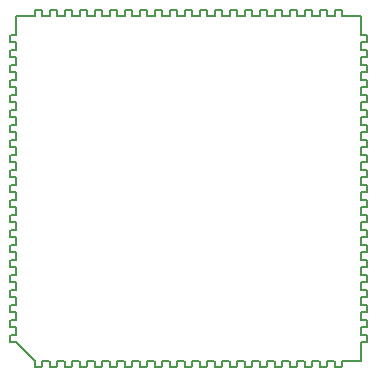
<source format=gko>
G04 Layer_Color=65535*
%FSLAX44Y44*%
%MOMM*%
G71*
G01*
G75*
%ADD33C,0.2000*%
D33*
X16200Y-6500D02*
X21900D01*
X28900D02*
X34600D01*
X41600D02*
X47300D01*
X54300D02*
X60000D01*
X67000D02*
X72700D01*
X79700D02*
X85400D01*
X92400D02*
X98100D01*
X105100D02*
X110800D01*
X117800D02*
X123500D01*
X130500D02*
X136200D01*
X143200D02*
X148900D01*
X155900D02*
X161600D01*
X168600D02*
X174300D01*
X181300D02*
X187000D01*
X194000D02*
X199700D01*
X206700D02*
X212400D01*
X219400D02*
X225100D01*
X231846D02*
X237546D01*
X244546D02*
X250246D01*
X257246D02*
X262946D01*
X285900Y257246D02*
Y262946D01*
X285900Y250246D02*
X285900Y244546D01*
Y231846D02*
Y237546D01*
Y219400D02*
Y225100D01*
X285900Y212400D02*
X285900Y206700D01*
Y194000D02*
Y199700D01*
Y181300D02*
Y187000D01*
X285900Y168600D02*
X285900Y174300D01*
Y155900D02*
Y161600D01*
X285900Y148900D02*
X285900Y143200D01*
Y130500D02*
Y136200D01*
Y117800D02*
Y123500D01*
X285900Y105100D02*
X285900Y110800D01*
Y92400D02*
Y98100D01*
X285900Y85400D02*
X285900Y79700D01*
Y67000D02*
Y72700D01*
Y54300D02*
Y60000D01*
X285900Y41600D02*
Y47300D01*
X285900Y28900D02*
Y34600D01*
X285900Y21900D02*
X285900Y16200D01*
X16454Y285900D02*
X22154D01*
X29154Y285900D02*
X34854Y285900D01*
X41854D02*
X47554D01*
X54300D02*
X60000D01*
X67000Y285900D02*
X72700Y285900D01*
X79700D02*
X85400D01*
X92400D02*
X98100D01*
X105100D02*
X110800Y285900D01*
X117800Y285900D02*
X123500D01*
X130500Y285900D02*
X136200Y285900D01*
X143200D02*
X148900D01*
X155900D02*
X161600D01*
X168600D02*
X174300Y285900D01*
X181300Y285900D02*
X187000D01*
X194000Y285900D02*
X199700Y285900D01*
X206700D02*
X212400D01*
X219400D02*
X225100D01*
X232100Y285900D02*
X237800D01*
X244800Y285900D02*
X250500D01*
X257500Y285900D02*
X263200Y285900D01*
X-6500Y16454D02*
Y22154D01*
Y34854D02*
X-6500Y29154D01*
X-6500Y41854D02*
Y47554D01*
Y54300D02*
Y60000D01*
Y72700D02*
X-6500Y67000D01*
X-6500Y79700D02*
Y85400D01*
Y92400D02*
Y98100D01*
Y105100D02*
X-6500Y110800D01*
X-6500Y117800D02*
Y123500D01*
Y136200D02*
X-6500Y130500D01*
X-6500Y143200D02*
Y148900D01*
Y155900D02*
Y161600D01*
Y168600D02*
X-6500Y174300D01*
X-6500Y181300D02*
Y187000D01*
Y199700D02*
X-6500Y194000D01*
X-6500Y206700D02*
Y212400D01*
Y219400D02*
Y225100D01*
X-6500Y232100D02*
Y237800D01*
X-6500Y244800D02*
Y250500D01*
Y263200D02*
X-6500Y257500D01*
X-6500Y269946D02*
Y285900D01*
X9454D01*
X285900Y269946D02*
Y285900D01*
X269946D02*
X285900D01*
X269946Y-6500D02*
X285900D01*
Y9454D01*
X-6500D02*
X9454Y-6500D01*
X-11176Y137160D02*
Y142240D01*
X-10470Y142946D02*
X-6500D01*
X-10470Y136454D02*
X-6500D01*
X-11176Y142240D02*
X-10470Y142946D01*
X-11176Y137160D02*
X-10470Y136454D01*
X-11176Y124460D02*
Y129540D01*
X-10470Y130246D02*
X-6500D01*
X-10470Y123754D02*
X-6500D01*
X-11176Y129540D02*
X-10470Y130246D01*
X-11176Y124460D02*
X-10470Y123754D01*
X-11176Y111760D02*
Y116840D01*
X-10470Y117546D02*
X-6500D01*
X-10470Y111054D02*
X-6500D01*
X-11176Y116840D02*
X-10470Y117546D01*
X-11176Y111760D02*
X-10470Y111054D01*
X-11176Y99060D02*
Y104140D01*
X-10470Y104846D02*
X-6500D01*
X-10470Y98354D02*
X-6500D01*
X-11176Y104140D02*
X-10470Y104846D01*
X-11176Y99060D02*
X-10470Y98354D01*
X-11176Y86360D02*
Y91440D01*
X-10470Y92146D02*
X-6500D01*
X-10470Y85654D02*
X-6500D01*
X-11176Y91440D02*
X-10470Y92146D01*
X-11176Y86360D02*
X-10470Y85654D01*
X-11176Y73660D02*
Y78740D01*
X-10470Y79446D02*
X-6500D01*
X-10470Y72954D02*
X-6500D01*
X-11176Y78740D02*
X-10470Y79446D01*
X-11176Y73660D02*
X-10470Y72954D01*
X-11176Y60960D02*
Y66040D01*
X-10470Y66746D02*
X-6500D01*
X-10470Y60254D02*
X-6500D01*
X-11176Y66040D02*
X-10470Y66746D01*
X-11176Y60960D02*
X-10470Y60254D01*
X-11176Y48260D02*
Y53340D01*
X-10470Y54046D02*
X-6500D01*
X-10470Y47554D02*
X-6500D01*
X-11176Y53340D02*
X-10470Y54046D01*
X-11176Y48260D02*
X-10470Y47554D01*
X-11176Y35560D02*
Y40640D01*
X-10470Y41346D02*
X-6500D01*
X-10470Y34854D02*
X-6500D01*
X-11176Y40640D02*
X-10470Y41346D01*
X-11176Y35560D02*
X-10470Y34854D01*
X-11176Y22860D02*
Y27940D01*
X-10470Y28646D02*
X-6500D01*
X-10470Y22154D02*
X-6500D01*
X-11176Y27940D02*
X-10470Y28646D01*
X-11176Y22860D02*
X-10470Y22154D01*
X-11176Y10160D02*
Y15240D01*
X-10470Y15946D02*
X-6500D01*
X-10470Y9454D02*
X-6500D01*
X-11176Y15240D02*
X-10470Y15946D01*
X-11176Y10160D02*
X-10470Y9454D01*
X10160Y-11176D02*
X15240D01*
X9454Y-10470D02*
Y-6500D01*
X15946Y-10470D02*
Y-6500D01*
X9454Y-10470D02*
X10160Y-11176D01*
X15240D02*
X15946Y-10470D01*
X22860Y-11176D02*
X27940D01*
X22154Y-10470D02*
Y-6500D01*
X28646Y-10470D02*
Y-6500D01*
X22154Y-10470D02*
X22860Y-11176D01*
X27940D02*
X28646Y-10470D01*
X35560Y-11176D02*
X40640D01*
X34854Y-10470D02*
Y-6500D01*
X41346Y-10470D02*
Y-6500D01*
X34854Y-10470D02*
X35560Y-11176D01*
X40640D02*
X41346Y-10470D01*
X48260Y-11176D02*
X53340D01*
X47554Y-10470D02*
Y-6500D01*
X54046Y-10470D02*
Y-6500D01*
X47554Y-10470D02*
X48260Y-11176D01*
X53340D02*
X54046Y-10470D01*
X60960Y-11176D02*
X66040D01*
X60254Y-10470D02*
Y-6500D01*
X66746Y-10470D02*
Y-6500D01*
X60254Y-10470D02*
X60960Y-11176D01*
X66040D02*
X66746Y-10470D01*
X73660Y-11176D02*
X78740D01*
X72954Y-10470D02*
Y-6500D01*
X79446Y-10470D02*
Y-6500D01*
X72954Y-10470D02*
X73660Y-11176D01*
X78740D02*
X79446Y-10470D01*
X86360Y-11176D02*
X91440D01*
X85654Y-10470D02*
Y-6500D01*
X92146Y-10470D02*
Y-6500D01*
X85654Y-10470D02*
X86360Y-11176D01*
X91440D02*
X92146Y-10470D01*
X99060Y-11176D02*
X104140D01*
X98354Y-10470D02*
Y-6500D01*
X104846Y-10470D02*
Y-6500D01*
X98354Y-10470D02*
X99060Y-11176D01*
X104140D02*
X104846Y-10470D01*
X111760Y-11176D02*
X116840D01*
X111054Y-10470D02*
Y-6500D01*
X117546Y-10470D02*
Y-6500D01*
X111054Y-10470D02*
X111760Y-11176D01*
X116840D02*
X117546Y-10470D01*
X124460Y-11176D02*
X129540D01*
X123754Y-10470D02*
Y-6500D01*
X130246Y-10470D02*
Y-6500D01*
X123754Y-10470D02*
X124460Y-11176D01*
X129540D02*
X130246Y-10470D01*
X137160Y-11176D02*
X142240D01*
X136454Y-10470D02*
Y-6500D01*
X142946Y-10470D02*
Y-6500D01*
X136454Y-10470D02*
X137160Y-11176D01*
X142240D02*
X142946Y-10470D01*
X149860Y-11176D02*
X154940D01*
X149154Y-10470D02*
Y-6500D01*
X155646Y-10470D02*
Y-6500D01*
X149154Y-10470D02*
X149860Y-11176D01*
X154940D02*
X155646Y-10470D01*
X162560Y-11176D02*
X167640D01*
X161854Y-10470D02*
Y-6500D01*
X168346Y-10470D02*
Y-6500D01*
X161854Y-10470D02*
X162560Y-11176D01*
X167640D02*
X168346Y-10470D01*
X175260Y-11176D02*
X180340D01*
X174554Y-10470D02*
Y-6500D01*
X181046Y-10470D02*
Y-6500D01*
X174554Y-10470D02*
X175260Y-11176D01*
X180340D02*
X181046Y-10470D01*
X187960Y-11176D02*
X193040D01*
X187254Y-10470D02*
Y-6500D01*
X193746Y-10470D02*
Y-6500D01*
X187254Y-10470D02*
X187960Y-11176D01*
X193040D02*
X193746Y-10470D01*
X200660Y-11176D02*
X205740D01*
X199954Y-10470D02*
Y-6500D01*
X206446Y-10470D02*
Y-6500D01*
X199954Y-10470D02*
X200660Y-11176D01*
X205740D02*
X206446Y-10470D01*
X213360Y-11176D02*
X218440D01*
X212654Y-10470D02*
Y-6500D01*
X219146Y-10470D02*
Y-6500D01*
X212654Y-10470D02*
X213360Y-11176D01*
X218440D02*
X219146Y-10470D01*
X226060Y-11176D02*
X231140D01*
X225354Y-10470D02*
Y-6500D01*
X231846Y-10470D02*
Y-6500D01*
X225354Y-10470D02*
X226060Y-11176D01*
X231140D02*
X231846Y-10470D01*
X238760Y-11176D02*
X243840D01*
X238054Y-10470D02*
Y-6500D01*
X244546Y-10470D02*
Y-6500D01*
X238054Y-10470D02*
X238760Y-11176D01*
X243840D02*
X244546Y-10470D01*
X251460Y-11176D02*
X256540D01*
X250754Y-10470D02*
Y-6500D01*
X257246Y-10470D02*
Y-6500D01*
X250754Y-10470D02*
X251460Y-11176D01*
X256540D02*
X257246Y-10470D01*
X264160Y-11176D02*
X269240D01*
X263454Y-10470D02*
Y-6500D01*
X269946Y-10470D02*
Y-6500D01*
X263454Y-10470D02*
X264160Y-11176D01*
X269240D02*
X269946Y-10470D01*
X290576Y10160D02*
Y15240D01*
X285900Y9454D02*
X289870D01*
X285900Y15946D02*
X289870D01*
Y9454D02*
X290576Y10160D01*
X289870Y15946D02*
X290576Y15240D01*
Y22860D02*
Y27940D01*
X285900Y22154D02*
X289870D01*
X285900Y28646D02*
X289870D01*
Y22154D02*
X290576Y22860D01*
X289870Y28646D02*
X290576Y27940D01*
Y35560D02*
Y40640D01*
X285900Y34854D02*
X289870D01*
X285900Y41346D02*
X289870D01*
Y34854D02*
X290576Y35560D01*
X289870Y41346D02*
X290576Y40640D01*
Y48260D02*
Y53340D01*
X285900Y47554D02*
X289870D01*
X285900Y54046D02*
X289870D01*
Y47554D02*
X290576Y48260D01*
X289870Y54046D02*
X290576Y53340D01*
Y60960D02*
Y66040D01*
X285900Y60254D02*
X289870D01*
X285900Y66746D02*
X289870D01*
Y60254D02*
X290576Y60960D01*
X289870Y66746D02*
X290576Y66040D01*
Y73660D02*
Y78740D01*
X285900Y72954D02*
X289870D01*
X285900Y79446D02*
X289870D01*
Y72954D02*
X290576Y73660D01*
X289870Y79446D02*
X290576Y78740D01*
Y86360D02*
Y91440D01*
X285900Y85654D02*
X289870D01*
X285900Y92146D02*
X289870D01*
Y85654D02*
X290576Y86360D01*
X289870Y92146D02*
X290576Y91440D01*
Y99060D02*
Y104140D01*
X285900Y98354D02*
X289870D01*
X285900Y104846D02*
X289870D01*
Y98354D02*
X290576Y99060D01*
X289870Y104846D02*
X290576Y104140D01*
Y111760D02*
Y116840D01*
X285900Y111054D02*
X289870D01*
X285900Y117546D02*
X289870D01*
Y111054D02*
X290576Y111760D01*
X289870Y117546D02*
X290576Y116840D01*
Y124460D02*
Y129540D01*
X285900Y123754D02*
X289870D01*
X285900Y130246D02*
X289870D01*
Y123754D02*
X290576Y124460D01*
X289870Y130246D02*
X290576Y129540D01*
Y137160D02*
Y142240D01*
X285900Y136454D02*
X289870D01*
X285900Y142946D02*
X289870D01*
Y136454D02*
X290576Y137160D01*
X289870Y142946D02*
X290576Y142240D01*
Y149860D02*
Y154940D01*
X285900Y149154D02*
X289870D01*
X285900Y155646D02*
X289870D01*
Y149154D02*
X290576Y149860D01*
X289870Y155646D02*
X290576Y154940D01*
Y162560D02*
Y167640D01*
X285900Y161854D02*
X289870D01*
X285900Y168346D02*
X289870D01*
Y161854D02*
X290576Y162560D01*
X289870Y168346D02*
X290576Y167640D01*
Y175260D02*
Y180340D01*
X285900Y174554D02*
X289870D01*
X285900Y181046D02*
X289870D01*
Y174554D02*
X290576Y175260D01*
X289870Y181046D02*
X290576Y180340D01*
Y187960D02*
Y193040D01*
X285900Y187254D02*
X289870D01*
X285900Y193746D02*
X289870D01*
Y187254D02*
X290576Y187960D01*
X289870Y193746D02*
X290576Y193040D01*
Y200660D02*
Y205740D01*
X285900Y199954D02*
X289870D01*
X285900Y206446D02*
X289870D01*
Y199954D02*
X290576Y200660D01*
X289870Y206446D02*
X290576Y205740D01*
Y213360D02*
Y218440D01*
X285900Y212654D02*
X289870D01*
X285900Y219146D02*
X289870D01*
Y212654D02*
X290576Y213360D01*
X289870Y219146D02*
X290576Y218440D01*
Y226060D02*
Y231140D01*
X285900Y225354D02*
X289870D01*
X285900Y231846D02*
X289870D01*
Y225354D02*
X290576Y226060D01*
X289870Y231846D02*
X290576Y231140D01*
Y238760D02*
Y243840D01*
X285900Y238054D02*
X289870D01*
X285900Y244546D02*
X289870D01*
Y238054D02*
X290576Y238760D01*
X289870Y244546D02*
X290576Y243840D01*
Y251460D02*
Y256540D01*
X285900Y250754D02*
X289870D01*
X285900Y257246D02*
X289870D01*
Y250754D02*
X290576Y251460D01*
X289870Y257246D02*
X290576Y256540D01*
Y264160D02*
Y269240D01*
X285900Y263454D02*
X289870D01*
X285900Y269946D02*
X289870D01*
Y263454D02*
X290576Y264160D01*
X289870Y269946D02*
X290576Y269240D01*
X264160Y290576D02*
X269240D01*
X269946Y285900D02*
Y289870D01*
X263454Y285900D02*
Y289870D01*
X269240Y290576D02*
X269946Y289870D01*
X263454D02*
X264160Y290576D01*
X251460D02*
X256540D01*
X257246Y285900D02*
Y289870D01*
X250754Y285900D02*
Y289870D01*
X256540Y290576D02*
X257246Y289870D01*
X250754D02*
X251460Y290576D01*
X238760D02*
X243840D01*
X244546Y285900D02*
Y289870D01*
X238054Y285900D02*
Y289870D01*
X243840Y290576D02*
X244546Y289870D01*
X238054D02*
X238760Y290576D01*
X226060D02*
X231140D01*
X231846Y285900D02*
Y289870D01*
X225354Y285900D02*
Y289870D01*
X231140Y290576D02*
X231846Y289870D01*
X225354D02*
X226060Y290576D01*
X213360D02*
X218440D01*
X219146Y285900D02*
Y289870D01*
X212654Y285900D02*
Y289870D01*
X218440Y290576D02*
X219146Y289870D01*
X212654D02*
X213360Y290576D01*
X200660D02*
X205740D01*
X206446Y285900D02*
Y289870D01*
X199954Y285900D02*
Y289870D01*
X205740Y290576D02*
X206446Y289870D01*
X199954D02*
X200660Y290576D01*
X187960D02*
X193040D01*
X193746Y285900D02*
Y289870D01*
X187254Y285900D02*
Y289870D01*
X193040Y290576D02*
X193746Y289870D01*
X187254D02*
X187960Y290576D01*
X175260D02*
X180340D01*
X181046Y285900D02*
Y289870D01*
X174554Y285900D02*
Y289870D01*
X180340Y290576D02*
X181046Y289870D01*
X174554D02*
X175260Y290576D01*
X162560D02*
X167640D01*
X168346Y285900D02*
Y289870D01*
X161854Y285900D02*
Y289870D01*
X167640Y290576D02*
X168346Y289870D01*
X161854D02*
X162560Y290576D01*
X149860D02*
X154940D01*
X155646Y285900D02*
Y289870D01*
X149154Y285900D02*
Y289870D01*
X154940Y290576D02*
X155646Y289870D01*
X149154D02*
X149860Y290576D01*
X137160D02*
X142240D01*
X142946Y285900D02*
Y289870D01*
X136454Y285900D02*
Y289870D01*
X142240Y290576D02*
X142946Y289870D01*
X136454D02*
X137160Y290576D01*
X124460D02*
X129540D01*
X130246Y285900D02*
Y289870D01*
X123754Y285900D02*
Y289870D01*
X129540Y290576D02*
X130246Y289870D01*
X123754D02*
X124460Y290576D01*
X111760D02*
X116840D01*
X117546Y285900D02*
Y289870D01*
X111054Y285900D02*
Y289870D01*
X116840Y290576D02*
X117546Y289870D01*
X111054D02*
X111760Y290576D01*
X99060D02*
X104140D01*
X104846Y285900D02*
Y289870D01*
X98354Y285900D02*
Y289870D01*
X104140Y290576D02*
X104846Y289870D01*
X98354D02*
X99060Y290576D01*
X86360D02*
X91440D01*
X92146Y285900D02*
Y289870D01*
X85654Y285900D02*
Y289870D01*
X91440Y290576D02*
X92146Y289870D01*
X85654D02*
X86360Y290576D01*
X73660D02*
X78740D01*
X79446Y285900D02*
Y289870D01*
X72954Y285900D02*
Y289870D01*
X78740Y290576D02*
X79446Y289870D01*
X72954D02*
X73660Y290576D01*
X60960D02*
X66040D01*
X66746Y285900D02*
Y289870D01*
X60254Y285900D02*
Y289870D01*
X66040Y290576D02*
X66746Y289870D01*
X60254D02*
X60960Y290576D01*
X48260D02*
X53340D01*
X54046Y285900D02*
Y289870D01*
X47554Y285900D02*
Y289870D01*
X53340Y290576D02*
X54046Y289870D01*
X47554D02*
X48260Y290576D01*
X35560D02*
X40640D01*
X41346Y285900D02*
Y289870D01*
X34854Y285900D02*
Y289870D01*
X40640Y290576D02*
X41346Y289870D01*
X34854D02*
X35560Y290576D01*
X22860D02*
X27940D01*
X28646Y285900D02*
Y289870D01*
X22154Y285900D02*
Y289870D01*
X27940Y290576D02*
X28646Y289870D01*
X22154D02*
X22860Y290576D01*
X10160D02*
X15240D01*
X15946Y285900D02*
Y289870D01*
X9454Y285900D02*
Y289870D01*
X15240Y290576D02*
X15946Y289870D01*
X9454D02*
X10160Y290576D01*
X-11176Y264160D02*
Y269240D01*
X-10470Y269946D02*
X-6500D01*
X-10470Y263454D02*
X-6500D01*
X-11176Y269240D02*
X-10470Y269946D01*
X-11176Y264160D02*
X-10470Y263454D01*
X-11176Y251460D02*
Y256540D01*
X-10470Y257246D02*
X-6500D01*
X-10470Y250754D02*
X-6500D01*
X-11176Y256540D02*
X-10470Y257246D01*
X-11176Y251460D02*
X-10470Y250754D01*
X-11176Y238760D02*
Y243840D01*
X-10470Y244546D02*
X-6500D01*
X-10470Y238054D02*
X-6500D01*
X-11176Y243840D02*
X-10470Y244546D01*
X-11176Y238760D02*
X-10470Y238054D01*
X-11176Y226060D02*
Y231140D01*
X-10470Y231846D02*
X-6500D01*
X-10470Y225354D02*
X-6500D01*
X-11176Y231140D02*
X-10470Y231846D01*
X-11176Y226060D02*
X-10470Y225354D01*
X-11176Y213360D02*
Y218440D01*
X-10470Y219146D02*
X-6500D01*
X-10470Y212654D02*
X-6500D01*
X-11176Y218440D02*
X-10470Y219146D01*
X-11176Y213360D02*
X-10470Y212654D01*
X-11176Y200660D02*
Y205740D01*
X-10470Y206446D02*
X-6500D01*
X-10470Y199954D02*
X-6500D01*
X-11176Y205740D02*
X-10470Y206446D01*
X-11176Y200660D02*
X-10470Y199954D01*
X-11176Y187960D02*
Y193040D01*
X-10470Y193746D02*
X-6500D01*
X-10470Y187254D02*
X-6500D01*
X-11176Y193040D02*
X-10470Y193746D01*
X-11176Y187960D02*
X-10470Y187254D01*
X-11176Y175260D02*
Y180340D01*
X-10470Y181046D02*
X-6500D01*
X-10470Y174554D02*
X-6500D01*
X-11176Y180340D02*
X-10470Y181046D01*
X-11176Y175260D02*
X-10470Y174554D01*
X-11176Y162560D02*
Y167640D01*
X-10470Y168346D02*
X-6500D01*
X-10470Y161854D02*
X-6500D01*
X-11176Y167640D02*
X-10470Y168346D01*
X-11176Y162560D02*
X-10470Y161854D01*
X-11176Y149860D02*
Y154940D01*
X-10470Y155646D02*
X-6500D01*
X-10470Y149154D02*
X-6500D01*
X-11176Y154940D02*
X-10470Y155646D01*
X-11176Y149860D02*
X-10470Y149154D01*
M02*

</source>
